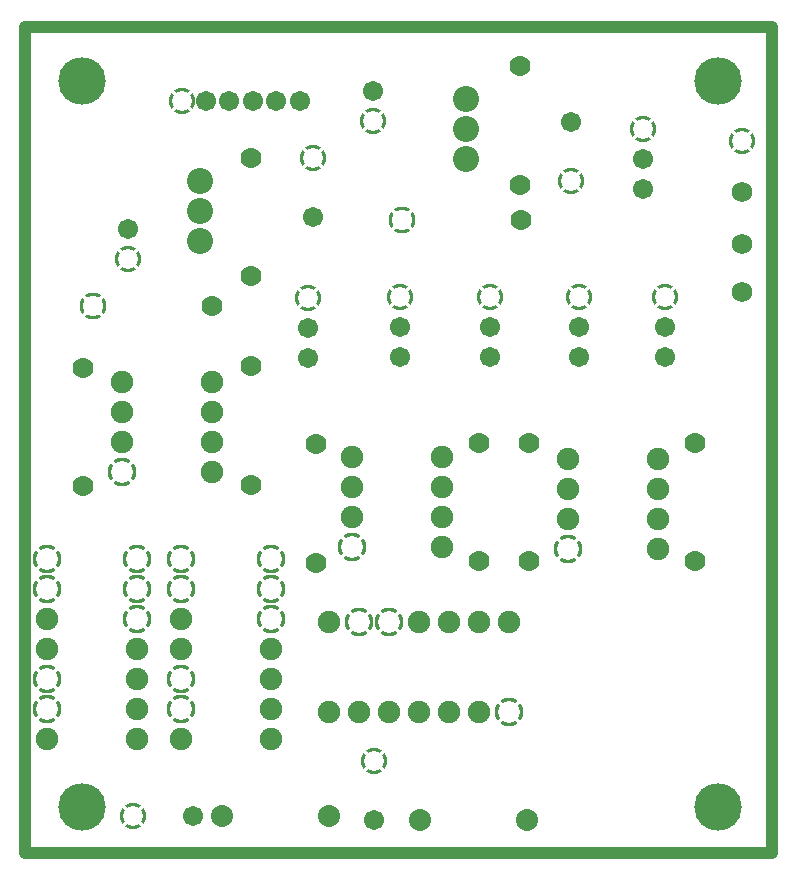
<source format=gbr>
%TF.GenerationSoftware,Altium Limited,Altium Designer,25.1.2 (22)*%
G04 Layer_Physical_Order=5*
G04 Layer_Color=128*
%FSLAX45Y45*%
%MOMM*%
%TF.SameCoordinates,865E584C-48B1-4366-BF19-9A83E66404FA*%
%TF.FilePolarity,Negative*%
%TF.FileFunction,Copper,L5,Inr,Plane*%
%TF.Part,Single*%
G01*
G75*
%TA.AperFunction,NonConductor*%
%ADD25C,1.01600*%
%TA.AperFunction,ComponentPad*%
%ADD26C,1.71600*%
%ADD27C,1.91600*%
G04:AMPARAMS|DCode=28|XSize=2.274mm|YSize=2.274mm|CornerRadius=0mm|HoleSize=0mm|Usage=FLASHONLY|Rotation=0.000|XOffset=0mm|YOffset=0mm|HoleType=Round|Shape=Relief|Width=0.254mm|Gap=0.254mm|Entries=4|*
%AMTHD28*
7,0,0,2.27400,1.76600,0.25400,45*
%
%ADD28THD28*%
%ADD29C,1.76600*%
G04:AMPARAMS|DCode=30|XSize=2.424mm|YSize=2.424mm|CornerRadius=0mm|HoleSize=0mm|Usage=FLASHONLY|Rotation=0.000|XOffset=0mm|YOffset=0mm|HoleType=Round|Shape=Relief|Width=0.254mm|Gap=0.254mm|Entries=4|*
%AMTHD30*
7,0,0,2.42400,1.91600,0.25400,45*
%
%ADD30THD30*%
%TA.AperFunction,ViaPad*%
%ADD31C,4.01600*%
%TA.AperFunction,ComponentPad*%
G04:AMPARAMS|DCode=32|XSize=2.224mm|YSize=2.224mm|CornerRadius=0mm|HoleSize=0mm|Usage=FLASHONLY|Rotation=0.000|XOffset=0mm|YOffset=0mm|HoleType=Round|Shape=Relief|Width=0.254mm|Gap=0.254mm|Entries=4|*
%AMTHD32*
7,0,0,2.22400,1.71600,0.25400,45*
%
%ADD32THD32*%
%ADD33C,2.21600*%
%ADD34C,1.86600*%
%TA.AperFunction,ViaPad*%
%ADD35C,1.72720*%
G04:AMPARAMS|DCode=36|XSize=2.2352mm|YSize=2.2352mm|CornerRadius=0mm|HoleSize=0mm|Usage=FLASHONLY|Rotation=0.000|XOffset=0mm|YOffset=0mm|HoleType=Round|Shape=Relief|Width=0.254mm|Gap=0.254mm|Entries=4|*
%AMTHD36*
7,0,0,2.23520,1.72720,0.25400,45*
%
%ADD36THD36*%
D25*
X8839200Y7480300D02*
Y14478000D01*
X2514600Y7480300D02*
X8839200D01*
X2514600D02*
Y14478000D01*
X8839200D01*
D26*
X7937500Y11938000D02*
D03*
Y11684000D02*
D03*
X4914900Y11925300D02*
D03*
Y11671300D02*
D03*
X4843400Y13847200D02*
D03*
X4643400D02*
D03*
X4443400D02*
D03*
X4243400D02*
D03*
X4043400D02*
D03*
X5689600Y11684000D02*
D03*
Y11938000D02*
D03*
X7201400Y11684000D02*
D03*
Y11938000D02*
D03*
X5461000Y13929898D02*
D03*
X3390900Y12763500D02*
D03*
X7137400Y13673900D02*
D03*
X4953001Y12869098D02*
D03*
X7747000Y13106400D02*
D03*
Y13360400D02*
D03*
X6451600Y11684000D02*
D03*
Y11938000D02*
D03*
X5473700Y7763698D02*
D03*
X3932999Y7797800D02*
D03*
D27*
X3835400Y9461500D02*
D03*
Y9207500D02*
D03*
X4597400D02*
D03*
Y8953500D02*
D03*
Y8699500D02*
D03*
Y8445500D02*
D03*
X3835400D02*
D03*
X5092700Y8674100D02*
D03*
X5346700D02*
D03*
X5600700D02*
D03*
X5854700D02*
D03*
X6108700D02*
D03*
X6362700D02*
D03*
X5092700Y9436100D02*
D03*
X5854700D02*
D03*
X6108700D02*
D03*
X6362700D02*
D03*
X6616700D02*
D03*
X2705100Y9461500D02*
D03*
Y9207500D02*
D03*
Y8445500D02*
D03*
X3467100Y9207500D02*
D03*
Y8953500D02*
D03*
Y8699500D02*
D03*
Y8445500D02*
D03*
X5283200Y10833100D02*
D03*
Y10579100D02*
D03*
Y10325100D02*
D03*
X6045200Y10833100D02*
D03*
Y10579100D02*
D03*
Y10325100D02*
D03*
Y10071100D02*
D03*
X7874000Y10058400D02*
D03*
Y10312400D02*
D03*
Y10566400D02*
D03*
Y10820400D02*
D03*
X7112000Y10312400D02*
D03*
Y10566400D02*
D03*
Y10820400D02*
D03*
X3340100Y11468100D02*
D03*
Y11214100D02*
D03*
Y10960100D02*
D03*
X4102100Y11468100D02*
D03*
Y11214100D02*
D03*
Y10960100D02*
D03*
Y10706100D02*
D03*
D28*
X3094101Y12115801D02*
D03*
X5710301Y12839700D02*
D03*
D29*
X3009900Y11587100D02*
D03*
Y10587100D02*
D03*
X4432300Y11599800D02*
D03*
Y10599800D02*
D03*
X6781800Y10952100D02*
D03*
Y9952100D02*
D03*
X8191500Y10952100D02*
D03*
Y9952100D02*
D03*
X4978400Y10939400D02*
D03*
Y9939400D02*
D03*
X6362700Y10952100D02*
D03*
Y9952100D02*
D03*
X4432299Y12365102D02*
D03*
Y13365100D02*
D03*
X4094099Y12115801D02*
D03*
X6705600Y14139799D02*
D03*
Y13139803D02*
D03*
X6710299Y12839700D02*
D03*
D30*
X3835400Y9969500D02*
D03*
Y9715500D02*
D03*
Y8953500D02*
D03*
Y8699500D02*
D03*
X4597400Y9715500D02*
D03*
Y9461500D02*
D03*
Y9969500D02*
D03*
X6616700Y8674100D02*
D03*
X5346700Y9436100D02*
D03*
X5600700D02*
D03*
X2705100Y9969500D02*
D03*
Y9715500D02*
D03*
Y8953500D02*
D03*
Y8699500D02*
D03*
X3467100Y9969500D02*
D03*
Y9715500D02*
D03*
Y9461500D02*
D03*
X5283200Y10071100D02*
D03*
X7112000Y10058400D02*
D03*
X3340100Y10706100D02*
D03*
D31*
X2997200Y7874000D02*
D03*
X8382000D02*
D03*
Y14020799D02*
D03*
X2997200D02*
D03*
D32*
X7937500Y12192000D02*
D03*
X4914900Y12179300D02*
D03*
X3843400Y13847200D02*
D03*
X5689600Y12192000D02*
D03*
X7201400D02*
D03*
X5461000Y13679903D02*
D03*
X3390900Y12513503D02*
D03*
X7137400Y13173901D02*
D03*
X4953001Y13369102D02*
D03*
X7747000Y13614400D02*
D03*
X6451600Y12192000D02*
D03*
X5473700Y8263702D02*
D03*
X3433000Y7797800D02*
D03*
D33*
X6248400Y13360400D02*
D03*
Y13614400D02*
D03*
Y13868401D02*
D03*
X4000499Y12661900D02*
D03*
Y12915900D02*
D03*
Y13169901D02*
D03*
D34*
X6761902Y7759700D02*
D03*
X5861898D02*
D03*
X5085502Y7797800D02*
D03*
X4185498D02*
D03*
D35*
X8585200Y12230100D02*
D03*
Y12636500D02*
D03*
Y13081000D02*
D03*
D36*
Y13512801D02*
D03*
%TF.MD5,4778968d5312095a55f2fbac97bae458*%
M02*

</source>
